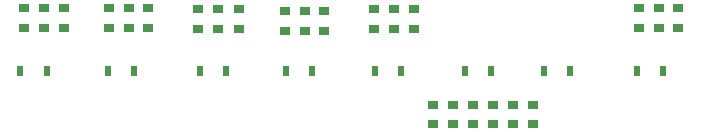
<source format=gbp>
G04 #@! TF.GenerationSoftware,KiCad,Pcbnew,(5.0.0-rc2-dev-130-g0bdae22af-dirty)*
G04 #@! TF.CreationDate,2018-10-04T20:23:37+03:00*
G04 #@! TF.ProjectId,esb,6573622E6B696361645F706362000000,rev?*
G04 #@! TF.SameCoordinates,Original*
G04 #@! TF.FileFunction,Paste,Bot*
G04 #@! TF.FilePolarity,Positive*
%FSLAX46Y46*%
G04 Gerber Fmt 4.6, Leading zero omitted, Abs format (unit mm)*
G04 Created by KiCad (PCBNEW (5.0.0-rc2-dev-130-g0bdae22af-dirty)) date Thu Oct  4 20:23:37 2018*
%MOMM*%
%LPD*%
G01*
G04 APERTURE LIST*
%ADD10R,0.939800X0.762000*%
%ADD11R,0.630000X0.830000*%
G04 APERTURE END LIST*
D10*
X165150000Y-81938200D03*
X165150000Y-80261800D03*
X150350000Y-80161800D03*
X150350000Y-81838200D03*
X185000000Y-90038200D03*
X185000000Y-88361800D03*
X183300000Y-88361800D03*
X183300000Y-90038200D03*
X155900000Y-80173600D03*
X155900000Y-81850000D03*
X180000000Y-80261800D03*
X180000000Y-81938200D03*
X202450000Y-81838200D03*
X202450000Y-80161800D03*
X157550000Y-80161800D03*
X157550000Y-81838200D03*
X188400000Y-90038200D03*
X188400000Y-88361800D03*
X172449482Y-82138200D03*
X172449482Y-80461800D03*
X178300000Y-80261800D03*
X178300000Y-81938200D03*
X163400000Y-80261800D03*
X163400000Y-81938200D03*
X186700000Y-88361800D03*
X186700000Y-90038200D03*
X191800000Y-90038200D03*
X191800000Y-88361800D03*
X190100000Y-90038200D03*
X190100000Y-88361800D03*
X170800000Y-80461800D03*
X170800000Y-82138200D03*
X148650000Y-81838200D03*
X148650000Y-80161800D03*
X200800000Y-80161800D03*
X200800000Y-81838200D03*
X174100000Y-80461800D03*
X174100000Y-82138200D03*
X181700000Y-81938200D03*
X181700000Y-80261800D03*
X159200000Y-80161800D03*
X159200000Y-81838200D03*
X166900000Y-81938200D03*
X166900000Y-80261800D03*
X152100000Y-80161800D03*
X152100000Y-81838200D03*
X204100000Y-81838200D03*
X204100000Y-80161800D03*
D11*
X194915000Y-85500000D03*
X192685000Y-85500000D03*
X185985000Y-85500000D03*
X188215000Y-85500000D03*
X173115000Y-85500000D03*
X170885000Y-85500000D03*
X178385000Y-85500000D03*
X180615000Y-85500000D03*
X155785000Y-85500000D03*
X158015000Y-85500000D03*
X165815000Y-85500000D03*
X163585000Y-85500000D03*
X148385000Y-85500000D03*
X150615000Y-85500000D03*
X202815000Y-85500000D03*
X200585000Y-85500000D03*
M02*

</source>
